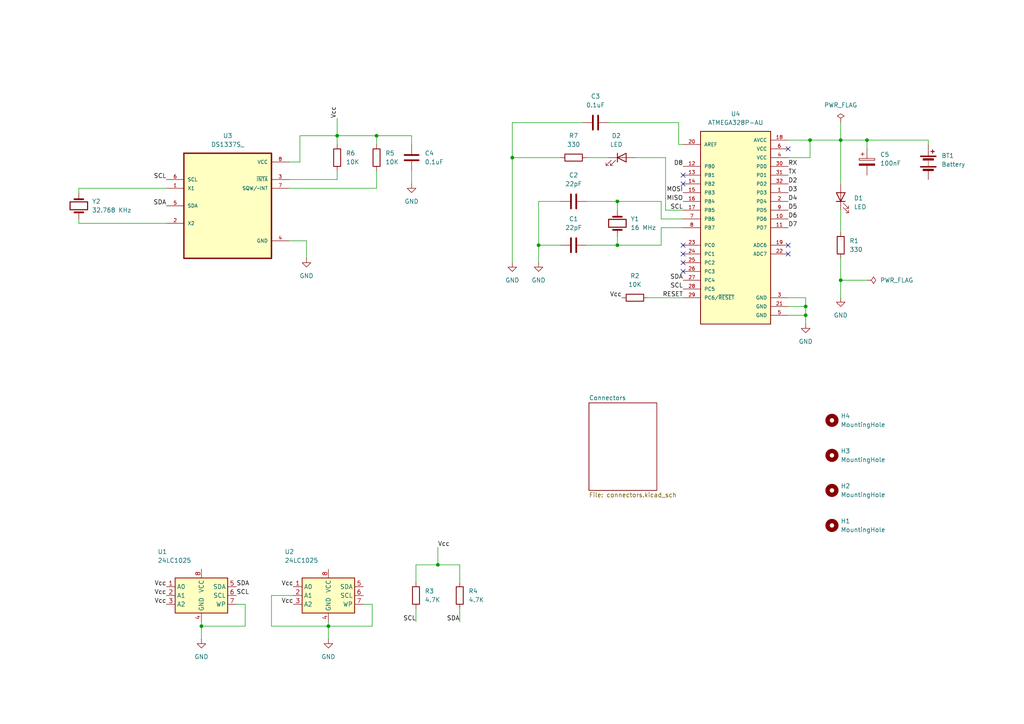
<source format=kicad_sch>
(kicad_sch (version 20231120) (generator "eeschema") (generator_version "8.0")
  (paper "A4")
  (title_block (title "${project_name}") (date "2025-01-27") (rev "1"))
  (lib_symbols
    (symbol "ATMEGA328P-AU:ATMEGA328P-AU" (pin_names (offset 1.016))
      (property "Reference" "U4" (at 0 33.02 0))
      (property "Value" "ATMEGA328P-AU" (at 0 30.48 0))
      (symbol "ATMEGA328P-AU_0_0"
        (rectangle (start -10.16 -27.94) (end 10.16 27.94) (stroke (width 0.254)) (fill (type background)))
        (pin bidirectional line (at 15.24 10.16 180) (length 5.08) (name "PD3") (number "1"))
        (pin bidirectional line (at 15.24 2.54 180) (length 5.08) (name "PD6") (number "10"))
        (pin bidirectional line (at 15.24 0 180) (length 5.08) (name "PD7") (number "11"))
        (pin bidirectional line (at -15.24 17.78 0) (length 5.08) (name "PB0") (number "12"))
        (pin bidirectional line (at -15.24 15.24 0) (length 5.08) (name "PB1") (number "13"))
        (pin bidirectional line (at -15.24 12.7 0) (length 5.08) (name "PB2") (number "14"))
        (pin bidirectional line (at -15.24 10.16 0) (length 5.08) (name "PB3") (number "15"))
        (pin bidirectional line (at -15.24 7.62 0) (length 5.08) (name "PB4") (number "16"))
        (pin bidirectional line (at -15.24 5.08 0) (length 5.08) (name "PB5") (number "17"))
        (pin power_in line (at 15.24 25.4 180) (length 5.08) (name "AVCC") (number "18"))
        (pin bidirectional line (at 15.24 -5.08 180) (length 5.08) (name "ADC6") (number "19"))
        (pin bidirectional line (at 15.24 7.62 180) (length 5.08) (name "PD4") (number "2"))
        (pin input line (at -15.24 24.13 0) (length 5.08) (name "AREF") (number "20"))
        (pin power_in line (at 15.24 -22.86 180) (length 5.08) (name "GND") (number "21"))
        (pin bidirectional line (at 15.24 -7.62 180) (length 5.08) (name "ADC7") (number "22"))
        (pin bidirectional line (at -15.24 -5.08 0) (length 5.08) (name "PC0") (number "23"))
        (pin bidirectional line (at -15.24 -7.62 0) (length 5.08) (name "PC1") (number "24"))
        (pin bidirectional line (at -15.24 -10.16 0) (length 5.08) (name "PC2") (number "25"))
        (pin bidirectional line (at -15.24 -12.7 0) (length 5.08) (name "PC3") (number "26"))
        (pin bidirectional line (at -15.24 -15.24 0) (length 5.08) (name "PC4") (number "27"))
        (pin bidirectional line (at -15.24 -17.78 0) (length 5.08) (name "PC5") (number "28"))
        (pin bidirectional line (at -15.24 -20.32 0) (length 5.08) (name "PC6/~{RESET}") (number "29"))
        (pin power_in line (at 15.24 -20.32 180) (length 5.08) (name "GND") (number "3"))
        (pin bidirectional line (at 15.24 17.78 180) (length 5.08) (name "PD0") (number "30"))
        (pin bidirectional line (at 15.24 15.24 180) (length 5.08) (name "PD1") (number "31"))
        (pin bidirectional line (at 15.24 12.7 180) (length 5.08) (name "PD2") (number "32"))
        (pin power_in line (at 15.24 20.32 180) (length 5.08) (name "VCC") (number "4"))
        (pin power_in line (at 15.24 -25.4 180) (length 5.08) (name "GND") (number "5"))
        (pin power_in line (at 15.24 22.86 180) (length 5.08) (name "VCC") (number "6"))
        (pin bidirectional line (at -15.24 2.54 0) (length 5.08) (name "PB6") (number "7"))
        (pin bidirectional line (at -15.24 0 0) (length 5.08) (name "PB7") (number "8"))
        (pin bidirectional line (at 15.24 5.08 180) (length 5.08) (name "PD5") (number "9"))
      )
    )
    (symbol "DS1337S_:DS1337S_" (pin_names (offset 1.016))
      (property "Reference" "U" (at -12.7 16.24 0))
      (property "Value" "DS1337S_" (at -12.7 -19.24 0))
      (symbol "DS1337S__0_0"
        (rectangle (start -12.7 -15.24) (end 12.7 15.24) (stroke (width 0.41)) (fill (type background)))
        (pin input line (at -17.78 5.08 0) (length 5.08) (name "X1") (number "1"))
        (pin bidirectional line (at -17.78 -5.08 0) (length 5.08) (name "X2") (number "2"))
        (pin output line (at 17.78 7.62 180) (length 5.08) (name "~{INTA}") (number "3"))
        (pin power_in line (at 17.78 -10.16 180) (length 5.08) (name "GND") (number "4"))
        (pin bidirectional line (at -17.78 0 0) (length 5.08) (name "SDA") (number "5"))
        (pin input line (at -17.78 7.62 0) (length 5.08) (name "SCL") (number "6"))
        (pin output line (at 17.78 5.08 180) (length 5.08) (name "SQW/~INT") (number "7"))
        (pin power_in line (at 17.78 12.7 180) (length 5.08) (name "VCC") (number "8"))
      )
    )
    (symbol "Device:Battery" (pin_numbers hide) (pin_names (offset 0) hide)
      (property "Reference" "BT" (at 2.54 2.54 0))
      (property "Value" "Battery" (at 2.54 0 0))
      (symbol "Battery_0_1"
        (rectangle (start -2.286 -1.27) (end 2.286 -1.524) (fill (type outline)))
        (rectangle (start -2.286 1.778) (end 2.286 1.524) (fill (type outline)))
        (rectangle (start -1.524 -2.032) (end 1.524 -2.54) (fill (type outline)))
        (rectangle (start -1.524 1.016) (end 1.524 0.508) (fill (type outline)))
        (polyline (pts (xy 0 -1.016) (xy 0 -0.762)))
        (polyline (pts (xy 0 -0.508) (xy 0 -0.254)))
        (polyline (pts (xy 0 0) (xy 0 0.254)))
        (polyline (pts (xy 0 1.778) (xy 0 2.54)))
        (polyline (pts (xy 0.762 3.048) (xy 1.778 3.048)) (stroke (width 0.254)))
        (polyline (pts (xy 1.27 3.556) (xy 1.27 2.54)) (stroke (width 0.254)))
      )
      (symbol "Battery_1_1"
        (pin passive line (at 0 5.08 270) (length 2.54) (name "+") (number "1"))
        (pin passive line (at 0 -5.08 90) (length 2.54) (name "-") (number "2"))
      )
    )
    (symbol "Device:C" (pin_numbers hide) (pin_names (offset 0.254))
      (property "Reference" "C" (at 0.635 2.54 0))
      (property "Value" "C" (at 0.635 -2.54 0))
      (symbol "C_0_1"
        (polyline (pts (xy -2.032 -0.762) (xy 2.032 -0.762)) (stroke (width 0.508)))
        (polyline (pts (xy -2.032 0.762) (xy 2.032 0.762)) (stroke (width 0.508)))
      )
      (symbol "C_1_1"
        (pin passive line (at 0 3.81 270) (length 2.794) (name "~") (number "1"))
        (pin passive line (at 0 -3.81 90) (length 2.794) (name "~") (number "2"))
      )
    )
    (symbol "Device:C_Polarized" (pin_numbers hide) (pin_names (offset 0.254))
      (property "Reference" "C" (at 0.635 2.54 0))
      (property "Value" "C_Polarized" (at 0.635 -2.54 0))
      (symbol "C_Polarized_0_1"
        (rectangle (start -2.286 0.508) (end 2.286 1.016))
        (polyline (pts (xy -1.778 2.286) (xy -0.762 2.286)))
        (polyline (pts (xy -1.27 2.794) (xy -1.27 1.778)))
        (rectangle (start 2.286 -0.508) (end -2.286 -1.016) (fill (type outline)))
      )
      (symbol "C_Polarized_1_1"
        (pin passive line (at 0 3.81 270) (length 2.794) (name "~") (number "1"))
        (pin passive line (at 0 -3.81 90) (length 2.794) (name "~") (number "2"))
      )
    )
    (symbol "Device:Crystal" (pin_numbers hide) (pin_names (offset 1.016) hide)
      (property "Reference" "Y" (at 0 3.81 0))
      (property "Value" "Crystal" (at 0 -3.81 0))
      (symbol "Crystal_0_1"
        (rectangle (start -1.143 2.54) (end 1.143 -2.54) (stroke (width 0.3048)))
        (polyline (pts (xy -2.54 0) (xy -1.905 0)))
        (polyline (pts (xy -1.905 -1.27) (xy -1.905 1.27)) (stroke (width 0.508)))
        (polyline (pts (xy 1.905 -1.27) (xy 1.905 1.27)) (stroke (width 0.508)))
        (polyline (pts (xy 2.54 0) (xy 1.905 0)))
      )
      (symbol "Crystal_1_1"
        (pin passive line (at -3.81 0 0) (length 1.27) (name "1") (number "1"))
        (pin passive line (at 3.81 0 180) (length 1.27) (name "2") (number "2"))
      )
    )
    (symbol "Device:LED" (pin_numbers hide) (pin_names (offset 1.016) hide)
      (property "Reference" "D" (at 0 2.54 0))
      (property "Value" "LED" (at 0 -2.54 0))
      (symbol "LED_0_1"
        (polyline (pts (xy -1.27 -1.27) (xy -1.27 1.27)) (stroke (width 0.254)))
        (polyline (pts (xy -1.27 0) (xy 1.27 0)))
        (polyline (pts (xy 1.27 -1.27) (xy 1.27 1.27) (xy -1.27 0) (xy 1.27 -1.27)) (stroke (width 0.254)))
        (polyline (pts (xy -3.048 -0.762) (xy -4.572 -2.286) (xy -3.81 -2.286) (xy -4.572 -2.286) (xy -4.572 -1.524)))
        (polyline (pts (xy -1.778 -0.762) (xy -3.302 -2.286) (xy -2.54 -2.286) (xy -3.302 -2.286) (xy -3.302 -1.524)))
      )
      (symbol "LED_1_1"
        (pin passive line (at -3.81 0 0) (length 2.54) (name "K") (number "1"))
        (pin passive line (at 3.81 0 180) (length 2.54) (name "A") (number "2"))
      )
    )
    (symbol "Device:R" (pin_numbers hide) (pin_names (offset 0))
      (property "Reference" "R" (at 2.032 0 90))
      (property "Value" "R" (at 0 0 90))
      (symbol "R_0_1"
        (rectangle (start -1.016 -2.54) (end 1.016 2.54) (stroke (width 0.254)))
      )
      (symbol "R_1_1"
        (pin passive line (at 0 3.81 270) (length 1.27) (name "~") (number "1"))
        (pin passive line (at 0 -3.81 90) (length 1.27) (name "~") (number "2"))
      )
    )
    (symbol "Mechanical:MountingHole" (pin_names (offset 1.016)) (exclude_from_sim yes) (in_bom no)
      (property "Reference" "H" (at 0 5.08 0))
      (property "Value" "MountingHole" (at 0 3.175 0))
      (symbol "MountingHole_0_1"
        (circle (center 0 0) (radius 1.27) (stroke (width 1.27)))
      )
    )
    (symbol "Memory_EEPROM:24LC1025"
      (property "Reference" "U" (at -6.35 6.35 0))
      (property "Value" "24LC1025" (at 1.27 6.35 0))
      (symbol "24LC1025_1_1"
        (rectangle (start -7.62 5.08) (end 7.62 -5.08) (stroke (width 0.254)) (fill (type background)))
        (pin input line (at -10.16 2.54 0) (length 2.54) (name "A0") (number "1"))
        (pin input line (at -10.16 0 0) (length 2.54) (name "A1") (number "2"))
        (pin input line (at -10.16 -2.54 0) (length 2.54) (name "A2") (number "3"))
        (pin power_in line (at 0 -7.62 90) (length 2.54) (name "GND") (number "4"))
        (pin bidirectional line (at 10.16 2.54 180) (length 2.54) (name "SDA") (number "5"))
        (pin input line (at 10.16 0 180) (length 2.54) (name "SCL") (number "6"))
        (pin input line (at 10.16 -2.54 180) (length 2.54) (name "WP") (number "7"))
        (pin power_in line (at 0 7.62 270) (length 2.54) (name "VCC") (number "8"))
      )
    )
    (symbol "power:GND" (power) (pin_numbers hide) (pin_names (offset 0) hide)
      (property "Value" "GND" (at 0 -3.81 0))
      (symbol "GND_0_1"
        (polyline (pts (xy 0 0) (xy 0 -1.27) (xy 1.27 -1.27) (xy 0 -2.54) (xy -1.27 -1.27) (xy 0 -1.27)))
      )
      (symbol "GND_1_1"
        (pin power_in line (at 0 0 270) (length 0) (name "~") (number "1"))
      )
    )
    (symbol "power:PWR_FLAG" (power) (pin_numbers hide) (pin_names (offset 0) hide)
      (property "Value" "PWR_FLAG" (at 0 3.81 0))
      (symbol "PWR_FLAG_0_0"
        (pin power_out line (at 0 0 90) (length 0) (name "~") (number "1"))
      )
      (symbol "PWR_FLAG_0_1"
        (polyline (pts (xy 0 0) (xy 0 1.27) (xy -1.016 1.905) (xy 0 2.54) (xy 1.016 1.905) (xy 0 1.27)))
      )
    )
  )
  (junction (at 243.84 40.64))
  (junction (at 58.42 181.61))
  (junction (at 233.68 91.44))
  (junction (at 156.21 71.12))
  (junction (at 179.07 58.42))
  (junction (at 251.46 40.64))
  (junction (at 127 163.83))
  (junction (at 179.07 71.12))
  (junction (at 109.22 39.37))
  (junction (at 97.79 39.37))
  (junction (at 243.84 81.28))
  (junction (at 148.59 45.72))
  (junction (at 234.95 40.64))
  (junction (at 95.25 181.61))
  (junction (at 233.68 88.9))
  (no_connect (at 198.12 78.74))
  (no_connect (at 198.12 53.34))
  (no_connect (at 228.6 43.18))
  (no_connect (at 228.6 73.66))
  (no_connect (at 198.12 73.66))
  (no_connect (at 198.12 76.2))
  (no_connect (at 198.12 50.8))
  (no_connect (at 198.12 71.12))
  (no_connect (at 228.6 71.12))
  (wire (pts (xy 83.82 46.99) (xy 86.995 46.99)))
  (wire (pts (xy 179.07 58.42) (xy 179.07 60.96)))
  (wire (pts (xy 170.18 71.12) (xy 179.07 71.12)))
  (wire (pts (xy 109.22 54.61) (xy 109.22 49.53)))
  (wire (pts (xy 243.84 40.64) (xy 251.46 40.64)))
  (wire (pts (xy 86.995 46.99) (xy 86.995 39.37)))
  (wire (pts (xy 193.04 45.72) (xy 184.15 45.72)))
  (wire (pts (xy 228.6 88.9) (xy 233.68 88.9)))
  (wire (pts (xy 83.82 69.85) (xy 88.9 69.85)))
  (wire (pts (xy 133.35 176.53) (xy 133.35 180.34)))
  (wire (pts (xy 95.25 181.61) (xy 95.25 185.42)))
  (wire (pts (xy 198.12 41.91) (xy 196.85 41.91)))
  (wire (pts (xy 179.07 71.12) (xy 191.77 71.12)))
  (wire (pts (xy 86.995 39.37) (xy 97.79 39.37)))
  (wire (pts (xy 228.6 45.72) (xy 234.95 45.72)))
  (wire (pts (xy 187.96 86.36) (xy 198.12 86.36)))
  (wire (pts (xy 120.65 168.91) (xy 120.65 163.83)))
  (wire (pts (xy 233.68 91.44) (xy 228.6 91.44)))
  (wire (pts (xy 196.85 35.56) (xy 176.53 35.56)))
  (wire (pts (xy 162.56 71.12) (xy 156.21 71.12)))
  (wire (pts (xy 156.21 71.12) (xy 156.21 58.42)))
  (wire (pts (xy 243.84 40.64) (xy 243.84 53.34)))
  (wire (pts (xy 119.38 39.37) (xy 119.38 41.91)))
  (wire (pts (xy 107.95 175.26) (xy 105.41 175.26)))
  (wire (pts (xy 191.77 66.04) (xy 198.12 66.04)))
  (wire (pts (xy 168.91 35.56) (xy 148.59 35.56)))
  (wire (pts (xy 71.12 181.61) (xy 58.42 181.61)))
  (wire (pts (xy 234.95 40.64) (xy 243.84 40.64)))
  (wire (pts (xy 107.95 175.26) (xy 107.95 181.61)))
  (wire (pts (xy 243.84 81.28) (xy 251.46 81.28)))
  (wire (pts (xy 85.09 172.72) (xy 78.74 172.72)))
  (wire (pts (xy 269.24 40.64) (xy 269.24 41.91)))
  (wire (pts (xy 78.74 172.72) (xy 78.74 181.61)))
  (wire (pts (xy 97.79 39.37) (xy 109.22 39.37)))
  (wire (pts (xy 243.84 81.28) (xy 243.84 86.36)))
  (wire (pts (xy 251.46 40.64) (xy 269.24 40.64)))
  (wire (pts (xy 191.77 63.5) (xy 191.77 58.42)))
  (wire (pts (xy 120.65 163.83) (xy 127 163.83)))
  (wire (pts (xy 243.84 60.96) (xy 243.84 67.31)))
  (wire (pts (xy 109.22 39.37) (xy 109.22 41.91)))
  (wire (pts (xy 148.59 45.72) (xy 162.56 45.72)))
  (wire (pts (xy 191.77 66.04) (xy 191.77 71.12)))
  (wire (pts (xy 127 158.75) (xy 127 163.83)))
  (wire (pts (xy 196.85 41.91) (xy 196.85 35.56)))
  (wire (pts (xy 148.59 45.72) (xy 148.59 76.2)))
  (wire (pts (xy 71.12 175.26) (xy 71.12 181.61)))
  (wire (pts (xy 179.07 58.42) (xy 191.77 58.42)))
  (wire (pts (xy 97.79 49.53) (xy 97.79 52.07)))
  (wire (pts (xy 71.12 175.26) (xy 68.58 175.26)))
  (wire (pts (xy 228.6 40.64) (xy 234.95 40.64)))
  (wire (pts (xy 156.21 71.12) (xy 156.21 76.2)))
  (wire (pts (xy 48.26 54.61) (xy 22.86 54.61)))
  (wire (pts (xy 88.9 69.85) (xy 88.9 74.93)))
  (wire (pts (xy 233.68 88.9) (xy 233.68 91.44)))
  (wire (pts (xy 233.68 91.44) (xy 233.68 93.98)))
  (wire (pts (xy 228.6 86.36) (xy 233.68 86.36)))
  (wire (pts (xy 95.25 180.34) (xy 95.25 181.61)))
  (wire (pts (xy 233.68 86.36) (xy 233.68 88.9)))
  (wire (pts (xy 127 163.83) (xy 133.35 163.83)))
  (wire (pts (xy 109.22 39.37) (xy 119.38 39.37)))
  (wire (pts (xy 234.95 45.72) (xy 234.95 40.64)))
  (wire (pts (xy 22.86 64.77) (xy 48.26 64.77)))
  (wire (pts (xy 191.77 63.5) (xy 198.12 63.5)))
  (wire (pts (xy 179.07 71.12) (xy 179.07 68.58)))
  (wire (pts (xy 58.42 180.34) (xy 58.42 181.61)))
  (wire (pts (xy 58.42 181.61) (xy 58.42 185.42)))
  (wire (pts (xy 22.86 63.5) (xy 22.86 64.77)))
  (wire (pts (xy 156.21 58.42) (xy 162.56 58.42)))
  (wire (pts (xy 170.18 45.72) (xy 176.53 45.72)))
  (wire (pts (xy 119.38 49.53) (xy 119.38 53.34)))
  (wire (pts (xy 97.79 52.07) (xy 83.82 52.07)))
  (wire (pts (xy 83.82 54.61) (xy 109.22 54.61)))
  (wire (pts (xy 133.35 163.83) (xy 133.35 168.91)))
  (wire (pts (xy 97.79 41.91) (xy 97.79 39.37)))
  (wire (pts (xy 148.59 35.56) (xy 148.59 45.72)))
  (wire (pts (xy 193.04 60.96) (xy 193.04 45.72)))
  (wire (pts (xy 107.95 181.61) (xy 95.25 181.61)))
  (wire (pts (xy 198.12 60.96) (xy 193.04 60.96)))
  (wire (pts (xy 78.74 181.61) (xy 95.25 181.61)))
  (wire (pts (xy 243.84 74.93) (xy 243.84 81.28)))
  (wire (pts (xy 22.86 54.61) (xy 22.86 55.88)))
  (wire (pts (xy 251.46 40.64) (xy 251.46 43.18)))
  (wire (pts (xy 170.18 58.42) (xy 179.07 58.42)))
  (wire (pts (xy 243.84 35.56) (xy 243.84 40.64)))
  (wire (pts (xy 120.65 176.53) (xy 120.65 180.34)))
  (wire (pts (xy 97.79 34.29) (xy 97.79 39.37)))
  (label "D4" (at 228.6 58.42 0))
  (label "SCL" (at 48.26 52.07 180))
  (label "SCL" (at 198.12 83.82 180))
  (label "D5" (at 228.6 60.96 0))
  (label "RESET" (at 198.12 86.36 180))
  (label "SDA" (at 48.26 59.69 180))
  (label "Vcc" (at 48.26 175.26 180))
  (label "SCL" (at 120.65 180.34 180))
  (label "Vcc" (at 48.26 170.18 180))
  (label "SDA" (at 68.58 170.18 0))
  (label "D8" (at 198.12 48.26 180))
  (label "Vcc" (at 48.26 172.72 180))
  (label "TX" (at 228.6 50.8 0))
  (label "SDA" (at 133.35 180.34 180))
  (label "Vcc" (at 85.09 170.18 180))
  (label "SDA" (at 198.12 81.28 180))
  (label "Vcc" (at 97.79 34.29 90))
  (label "Vcc" (at 85.09 175.26 180))
  (label "RX" (at 228.6 48.26 0))
  (label "D7" (at 228.6 66.04 0))
  (label "D3" (at 228.6 55.88 0))
  (label "D2" (at 228.6 53.34 0))
  (label "D6" (at 228.6 63.5 0))
  (label "SCL" (at 198.12 60.96 180))
  (label "SCL" (at 68.58 172.72 0))
  (label "MISO" (at 198.12 58.42 180))
  (label "Vcc" (at 127 158.75 0))
  (label "MOSI" (at 198.12 55.88 180))
  (label "Vcc" (at 180.34 86.36 180))
  (symbol (lib_id "power:PWR_FLAG") (at 243.84 35.56 0) (unit 1)
    (property "Reference" "#FLG01" (effects (hide yes)))
    (property "Value" "PWR_FLAG" (at 243.84 30.48 0))
    (property "Description" "Special symbol for telling ERC where power comes from" (effects (hide yes)))
  )
  (symbol (lib_id "Device:R") (at 243.84 71.12 0) (unit 1)
    (property "Reference" "R1" (at 246.38 69.85 0) (effects (justify left)))
    (property "Value" "330" (at 246.38 72.39 0) (effects (justify left)))
    (property "Footprint" "Resistor_SMD:R_0805_2012Metric" (effects (hide yes)))
    (property "Description" "Resistor" (effects (hide yes)))
  )
  (symbol (lib_id "Device:R") (at 120.65 172.72 0) (unit 1)
    (property "Reference" "R3" (at 123.19 171.4499 0) (effects (justify left)))
    (property "Value" "4.7K" (at 123.19 173.9899 0) (effects (justify left)))
    (property "Footprint" "Resistor_SMD:R_0805_2012Metric" (effects (hide yes)))
    (property "Description" "Resistor" (effects (hide yes)))
  )
  (symbol (lib_id "power:GND") (at 156.21 76.2 0) (unit 1)
    (property "Reference" "#PWR07" (effects (hide yes)))
    (property "Value" "GND" (at 156.21 81.28 0))
    (property "Description" "Power symbol creates a global label with name \"GND\" , ground" (effects (hide yes)))
  )
  (symbol (lib_id "Memory_EEPROM:24LC1025") (at 58.42 172.72 0) (unit 1)
    (property "Reference" "U1" (at 45.72 160.02 0) (effects (justify left)))
    (property "Value" "24LC1025" (at 45.72 162.56 0) (effects (justify left)))
    (property "Footprint" "Package_SO:SOIC-8_5.23x5.23mm_P1.27mm" (effects (hide yes)))
    (property "Datasheet" "http://ww1.microchip.com/downloads/en/DeviceDoc/21941B.pdf" (effects (hide yes)))
    (property "Description" "I2C Serial EEPROM, 1024Kb, DIP-8/SOIC-8/TSSOP-8/DFN-8" (effects (hide yes)))
  )
  (symbol (lib_id "Device:C") (at 166.37 58.42 90) (unit 1)
    (property "Reference" "C2" (at 166.37 50.8 90))
    (property "Value" "22pF" (at 166.37 53.34 90))
    (property "Footprint" "Capacitor_SMD:C_0805_2012Metric" (effects (hide yes)))
    (property "Description" "Unpolarized capacitor" (effects (hide yes)))
  )
  (symbol (lib_id "DS1337S_:DS1337S_") (at 66.04 59.69 0) (unit 1)
    (property "Reference" "U3" (at 66.04 39.37 0))
    (property "Value" "DS1337S_" (at 66.04 41.91 0))
    (property "Footprint" "Footprints:SOIC127P600X175-8N" (effects (hide yes)))
    (property "MF" "Analog Devices" (effects (hide yes)))
    (property "Description_1" "\n                        \n                            I²C Serial Real-Time Clock\n                        \n" (effects (hide yes)))
    (property "Package" "SOIC-8 Maxim" (effects (hide yes)))
    (property "Price" "None" (effects (hide yes)))
    (property "SnapEDA_Link" "https://www.snapeda.com/parts/DS1337S+/Analog+Devices/view-part/?ref=snap" (effects (hide yes)))
    (property "MP" "DS1337S+" (effects (hide yes)))
    (property "Availability" "In Stock" (effects (hide yes)))
    (property "Check_prices" "https://www.snapeda.com/parts/DS1337S+/Analog+Devices/view-part/?ref=eda" (effects (hide yes)))
  )
  (symbol (lib_id "Device:C") (at 166.37 71.12 90) (unit 1)
    (property "Reference" "C1" (at 166.37 63.5 90))
    (property "Value" "22pF" (at 166.37 66.04 90))
    (property "Footprint" "Capacitor_SMD:C_0805_2012Metric" (effects (hide yes)))
    (property "Description" "Unpolarized capacitor" (effects (hide yes)))
  )
  (symbol (lib_id "Device:R") (at 97.79 45.72 0) (unit 1)
    (property "Reference" "R6" (at 100.33 44.4499 0) (effects (justify left)))
    (property "Value" "10K" (at 100.33 46.9899 0) (effects (justify left)))
    (property "Footprint" "Resistor_SMD:R_0805_2012Metric" (effects (hide yes)))
    (property "Description" "Resistor" (effects (hide yes)))
  )
  (symbol (lib_id "Mechanical:MountingHole") (at 241.3 142.24 0) (unit 1) (exclude_from_sim yes) (in_bom no)
    (property "Reference" "H2" (at 243.84 140.9699 0) (effects (justify left)))
    (property "Value" "MountingHole" (at 243.84 143.5099 0) (effects (justify left)))
    (property "Footprint" "MountingHole:MountingHole_2.1mm" (effects (hide yes)))
    (property "Description" "Mounting Hole without connection" (effects (hide yes)))
  )
  (symbol (lib_id "Mechanical:MountingHole") (at 241.3 152.4 0) (unit 1) (exclude_from_sim yes) (in_bom no)
    (property "Reference" "H1" (at 243.84 151.1299 0) (effects (justify left)))
    (property "Value" "MountingHole" (at 243.84 153.6699 0) (effects (justify left)))
    (property "Footprint" "MountingHole:MountingHole_2.1mm" (effects (hide yes)))
    (property "Description" "Mounting Hole without connection" (effects (hide yes)))
  )
  (symbol (lib_id "Device:C_Polarized") (at 251.46 46.99 0) (unit 1)
    (property "Reference" "C5" (at 255.27 44.8309 0) (effects (justify left)))
    (property "Value" "100nF" (at 255.27 47.3709 0) (effects (justify left)))
    (property "Footprint" "Capacitor_SMD:C_0805_2012Metric" (effects (hide yes)))
    (property "Description" "Polarized capacitor" (effects (hide yes)))
  )
  (symbol (lib_id "Device:R") (at 109.22 45.72 0) (unit 1)
    (property "Reference" "R5" (at 111.76 44.4499 0) (effects (justify left)))
    (property "Value" "10K" (at 111.76 46.9899 0) (effects (justify left)))
    (property "Footprint" "Resistor_SMD:R_0805_2012Metric" (effects (hide yes)))
    (property "Description" "Resistor" (effects (hide yes)))
  )
  (symbol (lib_id "Device:Crystal") (at 22.86 59.69 90) (unit 1)
    (property "Reference" "Y2" (at 26.67 58.4199 90) (effects (justify right)))
    (property "Value" "32.768 KHz" (at 26.67 60.9599 90) (effects (justify right)))
    (property "Footprint" "Crystal:Crystal_SMD_5032-2Pin_5.0x3.2mm_HandSoldering" (effects (hide yes)))
    (property "Description" "Two pin crystal" (effects (hide yes)))
  )
  (symbol (lib_id "power:GND") (at 233.68 93.98 0) (unit 1)
    (property "Reference" "#PWR05" (effects (hide yes)))
    (property "Value" "GND" (at 233.68 99.06 0))
    (property "Description" "Power symbol creates a global label with name \"GND\" , ground" (effects (hide yes)))
  )
  (symbol (lib_id "Device:Crystal") (at 179.07 64.77 90) (unit 1)
    (property "Reference" "Y1" (at 182.88 63.4999 90) (effects (justify right)))
    (property "Value" "16 MHz" (at 182.88 66.04 90) (effects (justify right)))
    (property "Footprint" "Crystal:Crystal_SMD_5032-2Pin_5.0x3.2mm_HandSoldering" (effects (hide yes)))
    (property "Description" "Two pin crystal" (effects (hide yes)))
  )
  (symbol (lib_id "power:GND") (at 148.59 76.2 0) (unit 1)
    (property "Reference" "#PWR08" (effects (hide yes)))
    (property "Value" "GND" (at 148.59 81.28 0))
    (property "Description" "Power symbol creates a global label with name \"GND\" , ground" (effects (hide yes)))
  )
  (symbol (lib_id "power:GND") (at 95.25 185.42 0) (unit 1)
    (property "Reference" "#PWR04" (effects (hide yes)))
    (property "Value" "GND" (at 95.25 190.5 0))
    (property "Description" "Power symbol creates a global label with name \"GND\" , ground" (effects (hide yes)))
  )
  (symbol (lib_id "Device:Battery") (at 269.24 46.99 0) (unit 1)
    (property "Reference" "BT1" (at 273.05 45.1484 0) (effects (justify left)))
    (property "Value" "Battery" (at 273.05 47.6884 0) (effects (justify left)))
    (property "Footprint" "Connector_PinHeader_2.54mm:PinHeader_1x02_P2.54mm_Vertical" (effects (hide yes)))
    (property "Description" "Multiple-cell battery" (effects (hide yes)))
  )
  (symbol (lib_id "Device:R") (at 184.15 86.36 90) (unit 1)
    (property "Reference" "R2" (at 184.15 80.01 90))
    (property "Value" "10K" (at 184.15 82.55 90))
    (property "Footprint" "Resistor_SMD:R_0805_2012Metric" (effects (hide yes)))
    (property "Description" "Resistor" (effects (hide yes)))
  )
  (symbol (lib_id "power:GND") (at 58.42 185.42 0) (unit 1)
    (property "Reference" "#PWR03" (effects (hide yes)))
    (property "Value" "GND" (at 58.42 190.5 0))
    (property "Description" "Power symbol creates a global label with name \"GND\" , ground" (effects (hide yes)))
  )
  (symbol (lib_id "power:GND") (at 243.84 86.36 0) (unit 1)
    (property "Reference" "#PWR06" (effects (hide yes)))
    (property "Value" "GND" (at 243.84 91.44 0))
    (property "Description" "Power symbol creates a global label with name \"GND\" , ground" (effects (hide yes)))
  )
  (symbol (lib_id "Device:C") (at 119.38 45.72 0) (unit 1)
    (property "Reference" "C4" (at 123.19 44.4499 0) (effects (justify left)))
    (property "Value" "0.1uF" (at 123.19 46.9899 0) (effects (justify left)))
    (property "Footprint" "Capacitor_SMD:C_0805_2012Metric" (effects (hide yes)))
    (property "Description" "Unpolarized capacitor" (effects (hide yes)))
  )
  (symbol (lib_id "power:PWR_FLAG") (at 251.46 81.28 270) (unit 1)
    (property "Reference" "#FLG02" (effects (hide yes)))
    (property "Value" "PWR_FLAG" (at 255.27 81.2799 90) (effects (justify left)))
    (property "Description" "Special symbol for telling ERC where power comes from" (effects (hide yes)))
  )
  (symbol (lib_id "power:GND") (at 119.38 53.34 0) (unit 1)
    (property "Reference" "#PWR02" (effects (hide yes)))
    (property "Value" "GND" (at 119.38 58.42 0))
    (property "Description" "Power symbol creates a global label with name \"GND\" , ground" (effects (hide yes)))
  )
  (symbol (lib_id "ATMEGA328P-AU:ATMEGA328P-AU") (at 213.36 66.04 0) (unit 1)
    (property "Reference" "U4" (at 213.36 33.02 0))
    (property "Value" "ATMEGA328P-AU" (at 213.36 35.56 0))
    (property "Footprint" "Footprints:QFP80P900X900X120-32N" (effects (hide yes)))
    (property "MF" "MICROCHIP TECH." (effects (hide yes)))
    (property "MAXIMUM_PACKAGE_HEIGHT" "1.20mm" (effects (hide yes)))
    (property "Package" "TQFP-32 Microchip" (effects (hide yes)))
    (property "Price" "None" (effects (hide yes)))
    (property "Check_prices" "https://www.snapeda.com/parts/ATMEGA328P-AU/Microchip/view-part/?ref=eda" (effects (hide yes)))
    (property "STANDARD" "IPC-7351B" (effects (hide yes)))
    (property "PARTREV" "8271A" (effects (hide yes)))
    (property "SnapEDA_Link" "https://www.snapeda.com/parts/ATMEGA328P-AU/Microchip/view-part/?ref=snap" (effects (hide yes)))
    (property "MP" "ATMEGA328P-AU" (effects (hide yes)))
    (property "Description_1" "\n                        \n                            MCU 8-bit - AVR ATmega Family ATmega328 Series Microcontrollers - 20 MHz - 32 KB - 2 KB - 32 Pins.\n                        \n" (effects (hide yes)))
    (property "Availability" "In Stock" (effects (hide yes)))
    (property "MANUFACTURER" "Microchip" (effects (hide yes)))
  )
  (symbol (lib_id "Device:C") (at 172.72 35.56 90) (unit 1)
    (property "Reference" "C3" (at 172.72 27.94 90))
    (property "Value" "0.1uF" (at 172.72 30.48 90))
    (property "Footprint" "Capacitor_SMD:C_0805_2012Metric" (effects (hide yes)))
    (property "Description" "Unpolarized capacitor" (effects (hide yes)))
  )
  (symbol (lib_id "Device:LED") (at 180.34 45.72 0) (unit 1)
    (property "Reference" "D2" (at 178.7525 39.37 0))
    (property "Value" "LED" (at 178.7525 41.91 0))
    (property "Footprint" "LED_SMD:LED_0805_2012Metric" (effects (hide yes)))
    (property "Description" "Light emitting diode" (effects (hide yes)))
  )
  (symbol (lib_id "Device:R") (at 166.37 45.72 90) (unit 1)
    (property "Reference" "R7" (at 166.37 39.37 90))
    (property "Value" "330" (at 166.37 41.91 90))
    (property "Footprint" "Resistor_SMD:R_0805_2012Metric" (effects (hide yes)))
    (property "Description" "Resistor" (effects (hide yes)))
  )
  (symbol (lib_id "Mechanical:MountingHole") (at 241.3 132.08 0) (unit 1) (exclude_from_sim yes) (in_bom no)
    (property "Reference" "H3" (at 243.84 130.8099 0) (effects (justify left)))
    (property "Value" "MountingHole" (at 243.84 133.3499 0) (effects (justify left)))
    (property "Footprint" "MountingHole:MountingHole_2.1mm" (effects (hide yes)))
    (property "Description" "Mounting Hole without connection" (effects (hide yes)))
  )
  (symbol (lib_id "Mechanical:MountingHole") (at 241.3 121.92 0) (unit 1) (exclude_from_sim yes) (in_bom no)
    (property "Reference" "H4" (at 243.84 120.6499 0) (effects (justify left)))
    (property "Value" "MountingHole" (at 243.84 123.1899 0) (effects (justify left)))
    (property "Footprint" "MountingHole:MountingHole_2.1mm" (effects (hide yes)))
    (property "Description" "Mounting Hole without connection" (effects (hide yes)))
  )
  (symbol (lib_id "Device:LED") (at 243.84 57.15 90) (unit 1)
    (property "Reference" "D1" (at 247.65 57.4674 90) (effects (justify right)))
    (property "Value" "LED" (at 247.65 60.0074 90) (effects (justify right)))
    (property "Footprint" "LED_SMD:LED_0805_2012Metric" (effects (hide yes)))
    (property "Description" "Light emitting diode" (effects (hide yes)))
  )
  (symbol (lib_id "Memory_EEPROM:24LC1025") (at 95.25 172.72 0) (unit 1)
    (property "Reference" "U2" (at 82.55 160.02 0) (effects (justify left)))
    (property "Value" "24LC1025" (at 82.55 162.56 0) (effects (justify left)))
    (property "Footprint" "Package_SO:SOIC-8_5.23x5.23mm_P1.27mm" (effects (hide yes)))
    (property "Datasheet" "http://ww1.microchip.com/downloads/en/DeviceDoc/21941B.pdf" (effects (hide yes)))
    (property "Description" "I2C Serial EEPROM, 1024Kb, DIP-8/SOIC-8/TSSOP-8/DFN-8" (effects (hide yes)))
  )
  (symbol (lib_id "Device:R") (at 133.35 172.72 0) (unit 1)
    (property "Reference" "R4" (at 135.89 171.4499 0) (effects (justify left)))
    (property "Value" "4.7K" (at 135.89 173.9899 0) (effects (justify left)))
    (property "Footprint" "Resistor_SMD:R_0805_2012Metric" (effects (hide yes)))
    (property "Description" "Resistor" (effects (hide yes)))
  )
  (symbol (lib_id "power:GND") (at 88.9 74.93 0) (unit 1)
    (property "Reference" "#PWR01" (effects (hide yes)))
    (property "Value" "GND" (at 88.9 80.01 0))
    (property "Description" "Power symbol creates a global label with name \"GND\" , ground" (effects (hide yes)))
  )
  (sheet (at 170.815 116.84) (size 19.685 25.4) (stroke (width 0.1524))
    (property "Sheetname" "Connectors" (at 170.815 116.1284 0) (effects (justify left bottom)))
    (property "Sheetfile" "connectors.kicad_sch" (at 170.815 142.8246 0) (effects (justify left top)))
  )
)
</source>
